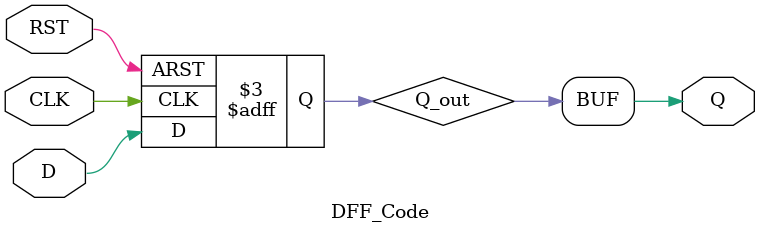
<source format=v>
`timescale 1ns / 1ps

//Name : Pratik(229) , Sanchit(233)
module DFF_Code(  
    input D,
    output Q,
    input CLK,
    input RST
    );

reg Q_out; // output Q 
always @(posedge CLK or posedge RST) 
begin
 if(RST==1'b1)
  Q_out <= 1'b0; 
 else 
  Q_out <= D; 
end 
assign Q = Q_out;
endmodule

</source>
